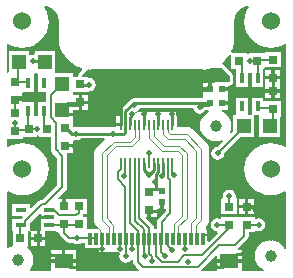
<source format=gtl>
G04*
G04 #@! TF.GenerationSoftware,Altium Limited,Altium Designer,19.1.7 (138)*
G04*
G04 Layer_Physical_Order=1*
G04 Layer_Color=255*
%FSLAX25Y25*%
%MOIN*%
G70*
G01*
G75*
%ADD10C,0.00787*%
%ADD13R,0.01181X0.03937*%
%ADD14R,0.06496X0.05118*%
%ADD15R,0.00906X0.03622*%
%ADD16R,0.01575X0.03543*%
%ADD17R,0.03543X0.01575*%
%ADD18R,0.02756X0.02992*%
%ADD19R,0.02992X0.02756*%
%ADD20R,0.04500X0.05000*%
%ADD21R,0.05000X0.04500*%
%ADD22R,0.02362X0.02362*%
%ADD23R,0.02362X0.02362*%
%ADD37C,0.00394*%
%ADD38C,0.03937*%
%ADD39C,0.00866*%
%ADD40C,0.00591*%
%ADD41C,0.01500*%
%ADD42C,0.06000*%
%ADD43C,0.01968*%
G36*
X-33106Y44109D02*
X-31855Y43591D01*
X-30781Y42766D01*
X-29956Y41692D01*
X-29438Y40441D01*
X-29270Y39165D01*
X-29279Y39099D01*
Y33602D01*
X-29289D01*
X-29158Y31946D01*
X-28770Y30331D01*
X-28135Y28796D01*
X-27266Y27379D01*
X-26188Y26116D01*
X-24924Y25037D01*
X-23507Y24169D01*
X-21973Y23533D01*
X-21515Y23423D01*
X-21379Y22942D01*
X-22390Y21932D01*
X-22651Y21541D01*
X-22742Y21080D01*
X-22714Y20937D01*
X-23084Y20438D01*
X-23085Y20437D01*
X-24370D01*
Y21738D01*
X-29998D01*
X-30427Y21910D01*
Y29272D01*
X-37289D01*
Y28190D01*
X-37676Y27873D01*
X-37795Y27897D01*
X-38589Y27739D01*
X-38731Y27768D01*
X-39089Y27959D01*
Y29272D01*
X-45951D01*
Y22309D01*
X-46451Y21923D01*
X-46508Y21938D01*
Y31389D01*
X-46008Y31629D01*
X-44677Y30917D01*
X-43040Y30421D01*
X-41339Y30253D01*
X-39637Y30421D01*
X-38000Y30917D01*
X-36492Y31723D01*
X-35170Y32808D01*
X-34086Y34130D01*
X-33279Y35638D01*
X-32783Y37275D01*
X-32616Y38976D01*
X-32783Y40678D01*
X-33279Y42315D01*
X-34034Y43727D01*
X-33903Y44019D01*
X-33742Y44193D01*
X-33106Y44109D01*
D02*
G37*
G36*
X27756Y20768D02*
Y19177D01*
X27461Y18799D01*
X22736D01*
Y18618D01*
X21752D01*
Y16437D01*
X21161D01*
Y15846D01*
X18980D01*
Y14256D01*
X18799Y14173D01*
Y13583D01*
X-3937D01*
X-4063Y13457D01*
X-4331D01*
X-4961Y13331D01*
X-5494Y12975D01*
X-8250Y10219D01*
X-8607Y9685D01*
X-8732Y9055D01*
Y7437D01*
X-10114D01*
Y3937D01*
X-24390D01*
Y6201D01*
X-24390D01*
X-24551Y6396D01*
Y9184D01*
X-24543Y9681D01*
X-24051Y9681D01*
X-22638D01*
Y12059D01*
Y14437D01*
X-24223D01*
X-24370Y14876D01*
X-24370Y14937D01*
Y15500D01*
X-19370D01*
Y15578D01*
X-19094Y15804D01*
X-18250Y15972D01*
X-17533Y16451D01*
X-17055Y17167D01*
X-16887Y18012D01*
X-17055Y18857D01*
X-17533Y19573D01*
X-18250Y20052D01*
X-19094Y20220D01*
X-19370Y20446D01*
Y20618D01*
X-21347D01*
X-21538Y21080D01*
X-19538Y23080D01*
X-18701Y23015D01*
Y23015D01*
X-18201Y23024D01*
X18701Y23024D01*
Y23015D01*
X20357Y23145D01*
X21973Y23533D01*
X22188Y23622D01*
X24902D01*
X27756Y20768D01*
D02*
G37*
G36*
X33903Y44019D02*
X34034Y43727D01*
X33279Y42315D01*
X32783Y40678D01*
X32616Y38976D01*
X32783Y37275D01*
X33279Y35638D01*
X34086Y34130D01*
X35170Y32808D01*
X36492Y31723D01*
X38000Y30917D01*
X39637Y30421D01*
X41339Y30253D01*
X43040Y30421D01*
X44677Y30917D01*
X46008Y31629D01*
X46508Y31389D01*
X46508Y-2649D01*
X46008Y-2889D01*
X44677Y-2177D01*
X43040Y-1681D01*
X41339Y-1513D01*
X39637Y-1681D01*
X38000Y-2177D01*
X36492Y-2983D01*
X35170Y-4068D01*
X34086Y-5390D01*
X33279Y-6898D01*
X32783Y-8534D01*
X32616Y-10236D01*
X32783Y-11938D01*
X33279Y-13574D01*
X34086Y-15082D01*
X35170Y-16404D01*
X36492Y-17489D01*
X38000Y-18295D01*
X39637Y-18792D01*
X41339Y-18959D01*
X43040Y-18792D01*
X44677Y-18295D01*
X46008Y-17583D01*
X46508Y-17823D01*
X46508Y-36770D01*
X46008Y-36869D01*
X45852Y-36492D01*
X45024Y-35413D01*
X43944Y-34585D01*
X42687Y-34064D01*
X41339Y-33887D01*
X39990Y-34064D01*
X38733Y-34585D01*
X37653Y-35413D01*
X36825Y-36492D01*
X36304Y-37749D01*
X36127Y-39098D01*
X36304Y-40447D01*
X36825Y-41704D01*
X37653Y-42784D01*
X38733Y-43612D01*
X39110Y-43768D01*
X39010Y-44268D01*
X31905D01*
Y-41437D01*
X27657D01*
X23410D01*
Y-44268D01*
X18382D01*
X18238Y-43995D01*
X18203Y-43768D01*
X22948Y-39024D01*
X23410Y-39215D01*
Y-40256D01*
X27657D01*
X31905D01*
Y-37287D01*
X30506D01*
X30354Y-36787D01*
X30494Y-36694D01*
X33643Y-33545D01*
X33970Y-33056D01*
X34084Y-32480D01*
Y-31248D01*
X36043D01*
Y-30967D01*
X36484Y-30731D01*
X36557Y-30780D01*
X37402Y-30948D01*
X38246Y-30780D01*
X38963Y-30301D01*
X39441Y-29585D01*
X39609Y-28740D01*
X39441Y-27895D01*
X38963Y-27179D01*
X38246Y-26700D01*
X37402Y-26532D01*
X36557Y-26700D01*
X36484Y-26749D01*
X36043Y-26513D01*
Y-26130D01*
X30689D01*
Y-26130D01*
X30236D01*
Y-26130D01*
X24882D01*
Y-26422D01*
X24382Y-26684D01*
X23622Y-26532D01*
X22777Y-26700D01*
X22061Y-27179D01*
X21582Y-27895D01*
X21414Y-28740D01*
X21582Y-29585D01*
X22061Y-30301D01*
X22777Y-30780D01*
X23602Y-30944D01*
X23660Y-31030D01*
X23838Y-31415D01*
X20753Y-34500D01*
X20291Y-34308D01*
Y-30398D01*
X19685D01*
Y-29204D01*
X20034Y-28855D01*
X20444Y-28321D01*
X20702Y-27698D01*
X20790Y-27030D01*
Y-3379D01*
X20702Y-2711D01*
X20444Y-2089D01*
X20034Y-1554D01*
X15277Y3203D01*
X14742Y3613D01*
X14120Y3871D01*
X13452Y3959D01*
X10114D01*
Y7437D01*
X9902D01*
Y8799D01*
X-2567D01*
X-2719Y9299D01*
X-2474Y9463D01*
X-2005Y10165D01*
X15582D01*
X15677Y9687D01*
X16155Y8970D01*
X16872Y8492D01*
X17717Y8324D01*
X18561Y8492D01*
X19278Y8970D01*
X19597Y9449D01*
X20578D01*
X20678Y8949D01*
X20425Y8844D01*
X19346Y8016D01*
X18518Y6937D01*
X17997Y5680D01*
X17820Y4331D01*
X17997Y2982D01*
X18518Y1725D01*
X19346Y645D01*
X20425Y-183D01*
X21683Y-704D01*
X23031Y-881D01*
X24380Y-704D01*
X25293Y-326D01*
X25576Y-750D01*
X23585Y-2740D01*
X22876Y-2882D01*
X22159Y-3360D01*
X21681Y-4076D01*
X21513Y-4921D01*
X21681Y-5766D01*
X22159Y-6482D01*
X22876Y-6961D01*
X23720Y-7129D01*
X24565Y-6961D01*
X25282Y-6482D01*
X25760Y-5766D01*
X25924Y-4943D01*
X31222Y354D01*
X35813D01*
X35813Y7717D01*
X36288Y7776D01*
X37137D01*
X37612Y7717D01*
Y354D01*
X44474D01*
Y7236D01*
X44803D01*
Y12354D01*
X39449D01*
Y12354D01*
X38976Y12421D01*
Y13681D01*
X35039D01*
X35039Y7776D01*
X34564Y7717D01*
X34334D01*
X33858Y7776D01*
X33858Y8217D01*
Y13681D01*
X29921D01*
X29921Y7776D01*
X29446Y7717D01*
X28951D01*
Y2625D01*
X28112Y1786D01*
X27688Y2069D01*
X28066Y2982D01*
X28243Y4331D01*
X28066Y5680D01*
X27545Y6937D01*
X26717Y8016D01*
X25638Y8844D01*
X24948Y9130D01*
X25047Y9630D01*
X27279D01*
Y11220D01*
X25098D01*
Y12402D01*
X27279D01*
Y13992D01*
X27279D01*
Y14256D01*
X27279D01*
Y15846D01*
X25098D01*
Y17028D01*
X27279D01*
Y17220D01*
X27607Y17604D01*
X27762Y17655D01*
X27921Y17687D01*
X27983Y17728D01*
X28053Y17751D01*
X28177Y17857D01*
X28312Y17948D01*
X28353Y18009D01*
X28409Y18057D01*
X28705Y18435D01*
X28778Y18581D01*
X28868Y18716D01*
X28883Y18789D01*
X28916Y18855D01*
X28928Y19017D01*
X28960Y19177D01*
Y20768D01*
X28960Y20768D01*
X28868Y21229D01*
X28607Y21619D01*
X28607Y21619D01*
X25753Y24474D01*
X25362Y24735D01*
X25344Y24738D01*
X25204Y25276D01*
X26188Y26116D01*
X27266Y27379D01*
X27701Y28088D01*
X28201Y27947D01*
Y23209D01*
X29454D01*
X29921Y23130D01*
Y17224D01*
X33858D01*
Y17405D01*
X33858D01*
Y20177D01*
X35039D01*
Y17405D01*
X35039D01*
Y17224D01*
X38976D01*
Y23130D01*
X39319Y23209D01*
Y23322D01*
X39449Y23768D01*
X44803D01*
Y28886D01*
X39449D01*
X39319Y28563D01*
X34201D01*
Y28249D01*
X33701Y28075D01*
X33319Y28356D01*
Y28563D01*
X28565D01*
X28550Y28571D01*
X28245Y29063D01*
X28770Y30331D01*
X29158Y31946D01*
X29289Y33602D01*
X29279D01*
Y39099D01*
X29270Y39165D01*
X29438Y40441D01*
X29956Y41692D01*
X30781Y42766D01*
X31855Y43591D01*
X33106Y44109D01*
X33742Y44193D01*
X33903Y44019D01*
D02*
G37*
G36*
X-36297Y21534D02*
Y15650D01*
X-33629D01*
X-33361Y15150D01*
X-33472Y14985D01*
X-33594Y14370D01*
X-33594Y14370D01*
Y12106D01*
X-36297D01*
Y11925D01*
X-36297D01*
Y9154D01*
X-37478D01*
Y11925D01*
X-37478D01*
Y12106D01*
X-41402D01*
Y12354D01*
X-43898D01*
Y13535D01*
X-41402D01*
Y15155D01*
X-41402Y15323D01*
X-41037Y15650D01*
X-37478D01*
Y21488D01*
X-37423Y21611D01*
X-37142Y21894D01*
X-36657D01*
X-36297Y21534D01*
D02*
G37*
G36*
X-35681Y812D02*
Y669D01*
X-31822D01*
Y-3642D01*
X-31822Y-3642D01*
X-31700Y-4256D01*
X-31352Y-4777D01*
X-29755Y-6374D01*
Y-15575D01*
X-34523Y-20343D01*
X-34843D01*
X-35457Y-20465D01*
X-35978Y-20813D01*
X-35978Y-20813D01*
X-38416Y-23252D01*
X-38878Y-23060D01*
Y-21752D01*
X-44783D01*
Y-25689D01*
X-41507D01*
X-41315Y-26151D01*
X-41588Y-26424D01*
X-41886Y-26870D01*
X-44783D01*
Y-30807D01*
X-44634D01*
Y-35671D01*
X-45519Y-36037D01*
X-46060Y-36452D01*
X-46508Y-36231D01*
Y-17823D01*
X-46008Y-17584D01*
X-44677Y-18295D01*
X-43040Y-18792D01*
X-41339Y-18959D01*
X-39637Y-18792D01*
X-38000Y-18295D01*
X-36492Y-17489D01*
X-35170Y-16404D01*
X-34086Y-15082D01*
X-33279Y-13574D01*
X-32783Y-11938D01*
X-32616Y-10236D01*
X-32783Y-8534D01*
X-33279Y-6898D01*
X-34086Y-5390D01*
X-35170Y-4068D01*
X-36492Y-2983D01*
X-38000Y-2177D01*
X-39637Y-1681D01*
X-41339Y-1513D01*
X-43040Y-1681D01*
X-44677Y-2177D01*
X-46008Y-2889D01*
X-46508Y-2649D01*
Y-94D01*
X-41221D01*
Y669D01*
X-38364D01*
X-38209Y638D01*
X-38053Y669D01*
X-36563D01*
Y1001D01*
X-36516Y1040D01*
X-36068Y1129D01*
X-35681Y812D01*
D02*
G37*
G36*
X-13989Y-434D02*
X-16687Y-3133D01*
X-17097Y-3667D01*
X-17355Y-4290D01*
X-17443Y-4958D01*
Y-27067D01*
X-17355Y-27735D01*
X-17097Y-28357D01*
X-16687Y-28892D01*
X-15863Y-29717D01*
X-16025Y-30217D01*
X-19764D01*
Y-26032D01*
X-21049D01*
X-21290Y-25580D01*
X-21053Y-25150D01*
X-19764D01*
Y-20031D01*
X-25118D01*
Y-20213D01*
X-26870D01*
Y-22591D01*
X-28051D01*
Y-20213D01*
X-29198D01*
X-29389Y-19751D01*
X-27014Y-17376D01*
X-27014Y-17376D01*
X-26666Y-16855D01*
X-26544Y-16240D01*
Y-5709D01*
X-26544Y-5709D01*
X-26638Y-5236D01*
X-26632Y-5175D01*
X-26350Y-4736D01*
X-24571D01*
Y-2949D01*
X-27067D01*
Y-1768D01*
X-24571D01*
Y-721D01*
X-24071Y-406D01*
X-23425Y-534D01*
X-22580Y-366D01*
X-21991Y27D01*
X-14180D01*
X-13989Y-434D01*
D02*
G37*
G36*
X5906Y-23441D02*
X6467D01*
Y-24180D01*
X3955Y-26691D01*
X3629Y-27180D01*
X3514Y-27756D01*
Y-30217D01*
X2489D01*
Y-29823D01*
X2375Y-29247D01*
X2049Y-28758D01*
X-201Y-26509D01*
X-9Y-26047D01*
X295D01*
Y-23669D01*
X1476D01*
Y-26047D01*
X3382D01*
Y-23441D01*
X4724D01*
Y-21260D01*
X5906D01*
Y-23441D01*
D02*
G37*
G36*
X-35335Y-25365D02*
Y-25689D01*
X-35153D01*
Y-25689D01*
X-32382D01*
Y-26870D01*
X-35153D01*
Y-26870D01*
X-35335D01*
Y-30772D01*
X-35484D01*
Y-32677D01*
X-33697D01*
Y-30807D01*
X-30138D01*
Y-31150D01*
X-29390D01*
X-29066Y-31496D01*
X-28944Y-32111D01*
X-28596Y-32631D01*
X-27021Y-34206D01*
X-27021Y-34206D01*
X-26500Y-34554D01*
X-25886Y-34677D01*
X-25886Y-34677D01*
X-24624D01*
X-23975Y-35111D01*
X-23130Y-35279D01*
X-22285Y-35111D01*
X-21635Y-34677D01*
X-20472D01*
Y-36516D01*
X-15748D01*
Y-37697D01*
X-9038D01*
X-8802Y-38138D01*
X-8929Y-38328D01*
X-9098Y-39173D01*
X-8929Y-40018D01*
X-8451Y-40734D01*
X-7735Y-41213D01*
X-6890Y-41381D01*
X-6045Y-41213D01*
X-5329Y-40734D01*
X-4958Y-40180D01*
X-4458Y-40331D01*
Y-41043D01*
X-4343Y-41619D01*
X-4017Y-42108D01*
X-2357Y-43768D01*
X-2392Y-43995D01*
X-2536Y-44268D01*
X-23409D01*
Y-41437D01*
X-27657D01*
X-31905D01*
Y-44268D01*
X-38622D01*
X-38869Y-43768D01*
X-38400Y-43157D01*
X-37879Y-41900D01*
X-37701Y-40551D01*
X-37879Y-39202D01*
X-38400Y-37945D01*
X-39228Y-36866D01*
X-39777Y-36445D01*
X-39607Y-35945D01*
X-39516D01*
Y-30807D01*
X-38938D01*
X-38878Y-30807D01*
X-38453Y-30988D01*
Y-32677D01*
X-36665D01*
Y-30772D01*
X-38393D01*
X-38453Y-30772D01*
X-38878Y-30591D01*
Y-28600D01*
X-38847Y-28445D01*
X-38847Y-28445D01*
Y-28224D01*
X-35797Y-25174D01*
X-35335Y-25365D01*
D02*
G37*
%LPC*%
G36*
X20571Y18618D02*
X18980D01*
Y17028D01*
X20571D01*
Y18618D01*
D02*
G37*
G36*
X-19551Y14437D02*
X-21457D01*
Y12650D01*
X-19551D01*
Y14437D01*
D02*
G37*
G36*
Y11468D02*
X-21457D01*
Y9681D01*
X-19551D01*
Y11468D01*
D02*
G37*
G36*
X44622Y22705D02*
X42717D01*
Y20917D01*
X44622D01*
Y22705D01*
D02*
G37*
G36*
X41535D02*
X39630D01*
Y20917D01*
X41535D01*
Y22705D01*
D02*
G37*
G36*
X44622Y19736D02*
X42126D01*
X39630D01*
Y18173D01*
X39630D01*
Y16386D01*
X42126D01*
X44622D01*
Y17949D01*
X44622D01*
Y19736D01*
D02*
G37*
G36*
X44622Y15205D02*
X42717D01*
Y13417D01*
X44622D01*
Y15205D01*
D02*
G37*
G36*
X41535D02*
X39630D01*
Y13417D01*
X41535D01*
Y15205D01*
D02*
G37*
G36*
X35862Y-20311D02*
X33957D01*
Y-22098D01*
X35862D01*
Y-20311D01*
D02*
G37*
G36*
X32776D02*
X30870D01*
Y-22098D01*
X32776D01*
Y-20311D01*
D02*
G37*
G36*
X35862Y-23280D02*
X33957D01*
Y-25067D01*
X35862D01*
Y-23280D01*
D02*
G37*
G36*
X32776D02*
X30870D01*
Y-25067D01*
X32776D01*
Y-23280D01*
D02*
G37*
G36*
X27559Y-16985D02*
X26714Y-17153D01*
X25998Y-17632D01*
X25519Y-18348D01*
X25351Y-19193D01*
X25438Y-19630D01*
X25028Y-20130D01*
X24882D01*
Y-25248D01*
X30236D01*
Y-20130D01*
X30090D01*
X29680Y-19630D01*
X29767Y-19193D01*
X29599Y-18348D01*
X29120Y-17632D01*
X28404Y-17153D01*
X27559Y-16985D01*
D02*
G37*
G36*
X-33697Y-33858D02*
X-35484D01*
Y-35764D01*
X-33697D01*
Y-33858D01*
D02*
G37*
G36*
X-36665D02*
X-38453D01*
Y-35764D01*
X-36665D01*
Y-33858D01*
D02*
G37*
G36*
X-23409Y-37287D02*
X-27067D01*
Y-40256D01*
X-23409D01*
Y-37287D01*
D02*
G37*
G36*
X-28248D02*
X-31905D01*
Y-40256D01*
X-28248D01*
Y-37287D01*
D02*
G37*
%LPD*%
D10*
X-22047Y12059D02*
X-9205D01*
X-25886Y-33071D02*
X-23130D01*
X-18701Y-33268D02*
X-16732D01*
X-27461Y-31496D02*
Y-28591D01*
Y-31496D02*
X-25886Y-33071D01*
X-27461Y-28591D02*
X-27343D01*
X-27244Y-28689D02*
X-22441D01*
X-43626Y19217D02*
X-42913Y19929D01*
X34350Y25886D02*
X36760D01*
X-43898Y2465D02*
Y5118D01*
X-43898Y5118D01*
X-22441Y11665D02*
X-22047Y12059D01*
X-40846Y-28839D02*
X-40453Y-28445D01*
Y-27559D01*
X-41831Y-28839D02*
X-40846D01*
X-40453Y-27559D02*
X-34843Y-21949D01*
X-33858D01*
X-28150Y-16240D01*
Y-5709D01*
X-30217Y-3642D02*
X-28150Y-5709D01*
X-30217Y-3642D02*
Y5315D01*
X-39024Y3248D02*
X-36614D01*
X-39122Y3347D02*
X-39024Y3248D01*
X-40106Y3012D02*
X-38976D01*
X-40106D02*
X-39447Y3671D01*
X-38976Y3012D02*
X-38209Y2244D01*
X-31988Y7087D02*
X-30217Y5315D01*
X-31988Y7087D02*
Y14370D01*
X-30158Y16201D01*
Y16451D01*
X-28301Y18307D01*
X-28051D01*
X-32382Y-23720D02*
X-31988Y-24114D01*
X-27343Y-28591D02*
X-27244Y-28689D01*
X23720Y-4876D02*
X32382Y3785D01*
X23720Y-4921D02*
Y-4876D01*
X32382Y3785D02*
Y4035D01*
X3878Y-8347D02*
X3937Y-8287D01*
X9055Y-12205D02*
Y-11885D01*
X8661Y-11491D02*
X9055Y-11885D01*
X8661Y-11491D02*
Y-8287D01*
X-28051Y18307D02*
X-27953Y18209D01*
X32185Y3839D02*
X32382Y4035D01*
X-23130Y-33071D02*
X-18898D01*
X-42075Y-29083D02*
X-41831Y-28839D01*
X37008Y10728D02*
X37402Y10335D01*
X41587D01*
X42126Y9795D01*
X41043Y4035D02*
X42126Y5118D01*
Y9795D01*
X30760Y25886D02*
X31744Y24902D01*
Y20323D02*
Y24902D01*
Y20323D02*
X31890Y20177D01*
X36760Y25886D02*
X37201Y26327D01*
X42126D01*
X36760Y25886D02*
X37008Y25638D01*
Y20177D02*
Y25638D01*
X-42126Y-33319D02*
X-42075Y-33268D01*
X-18898Y-33071D02*
X-18701Y-33268D01*
X-27709Y-28839D02*
X-27461Y-28591D01*
X-32382Y-28839D02*
X-27709D01*
X-27461Y-22591D02*
Y-19390D01*
X-35976Y-33366D02*
X-32776D01*
X-36075Y-33268D02*
X-35976Y-33366D01*
X-42075Y-33268D02*
Y-29083D01*
X-9205Y12059D02*
X-8661Y11516D01*
X-34252Y25197D02*
X-33858Y25591D01*
X-36909Y12697D02*
X-36899Y12686D01*
Y9164D02*
Y12686D01*
Y9164D02*
X-36888Y9154D01*
X-40795Y13929D02*
X-40748Y13976D01*
X-42913Y13929D02*
X-40795D01*
X-43898Y12945D02*
X-42913Y13929D01*
X-43898Y8465D02*
Y12945D01*
X-43350Y3012D02*
X-40106D01*
X-43898Y2465D02*
X-43350Y3012D01*
X-39447Y3671D02*
Y9154D01*
X-34106Y4331D02*
X-33122Y3347D01*
X-34106Y4331D02*
Y8931D01*
X-34329Y9154D02*
X-34106Y8931D01*
X-39742Y18898D02*
X-39447Y18602D01*
X-43307Y18898D02*
X-39742D01*
X-43354Y18945D02*
X-43307Y18898D01*
X-43898Y18945D02*
X-43354D01*
X-43898D02*
X-43626Y19217D01*
X-42913Y19929D02*
Y25197D01*
X-42520Y25591D01*
D13*
X-18701Y-33366D02*
D03*
X-16732D02*
D03*
X-14764D02*
D03*
X-12795D02*
D03*
X-10827D02*
D03*
X-8858D02*
D03*
X-6890D02*
D03*
X-4921D02*
D03*
X-2953D02*
D03*
X-984D02*
D03*
X984D02*
D03*
X2953D02*
D03*
X4921D02*
D03*
X6890D02*
D03*
X8858D02*
D03*
X10827D02*
D03*
X12795D02*
D03*
X14764D02*
D03*
X16732D02*
D03*
X18701D02*
D03*
D14*
X27657Y-40846D02*
D03*
X-27657D02*
D03*
D15*
X-5512Y-8287D02*
D03*
X-3937D02*
D03*
X-2362D02*
D03*
X-8661D02*
D03*
X-7087D02*
D03*
X-787D02*
D03*
X787D02*
D03*
X2362D02*
D03*
X3937D02*
D03*
X5512D02*
D03*
X7087D02*
D03*
X8661D02*
D03*
Y4626D02*
D03*
X7087D02*
D03*
X5512D02*
D03*
X3937D02*
D03*
X2362D02*
D03*
X787D02*
D03*
X-787D02*
D03*
X-2362D02*
D03*
X-3937D02*
D03*
X-5512D02*
D03*
X-7087D02*
D03*
X-8661D02*
D03*
D16*
X-36888Y9154D02*
D03*
X-39447D02*
D03*
Y18602D02*
D03*
X-34329Y9154D02*
D03*
Y18602D02*
D03*
X34449Y20177D02*
D03*
X37008D02*
D03*
Y10728D02*
D03*
X31890Y20177D02*
D03*
Y10728D02*
D03*
D17*
X-41831Y-23720D02*
D03*
X-32382D02*
D03*
X-41831Y-28839D02*
D03*
X-32382D02*
D03*
Y-26280D02*
D03*
D18*
X36760Y25886D02*
D03*
X30760D02*
D03*
X-33122Y3347D02*
D03*
X-39122D02*
D03*
X-36075Y-33268D02*
D03*
X-42075D02*
D03*
D19*
X42126Y20327D02*
D03*
Y26327D02*
D03*
X42126Y15795D02*
D03*
Y9795D02*
D03*
X-43898Y2465D02*
D03*
Y8465D02*
D03*
X-22441Y-22591D02*
D03*
Y-28591D02*
D03*
X-43898Y12945D02*
D03*
Y18945D02*
D03*
X-27461Y-22591D02*
D03*
Y-28591D02*
D03*
X-22047Y18059D02*
D03*
Y12059D02*
D03*
X-27067Y-2358D02*
D03*
Y3642D02*
D03*
X886Y-23669D02*
D03*
Y-17669D02*
D03*
X33366Y-28689D02*
D03*
Y-22689D02*
D03*
X27559Y-28689D02*
D03*
Y-22689D02*
D03*
D20*
X32382Y4035D02*
D03*
X41043D02*
D03*
X-42520Y25591D02*
D03*
X-33858D02*
D03*
D21*
X-28051Y18307D02*
D03*
Y9646D02*
D03*
D22*
X25098Y11811D02*
D03*
X21161D02*
D03*
X25098Y16437D02*
D03*
X21161D02*
D03*
D23*
X5315Y-21260D02*
D03*
Y-17323D02*
D03*
D37*
X-11024Y-32891D02*
X-10827Y-33366D01*
X-12795Y-33366D02*
X-12598Y-32891D01*
X-14765Y-33269D02*
X-14874Y-32321D01*
X-15163Y-31412D01*
X-15618Y-30574D01*
X-16225Y-29838D01*
X-14764Y-33366D02*
X-14765Y-33269D01*
X8563Y8220D02*
X8410Y8992D01*
X7972Y9646D01*
X-718Y8436D02*
X-787Y8268D01*
X3839Y8458D02*
X3347Y9646D01*
X18209Y-27030D02*
Y-3379D01*
X13452Y1378D02*
X18209Y-3379D01*
X7776Y1378D02*
X13452D01*
X16634Y-26378D02*
Y-4031D01*
X12799Y-197D02*
X16634Y-4031D01*
X7123Y-197D02*
X12799D01*
X-11024Y-32891D02*
Y-28678D01*
X-14862Y-4958D02*
X-10888Y-984D01*
X-14862Y-27067D02*
Y-4958D01*
X-10236Y-2559D02*
X-4860D01*
X-13287Y-5610D02*
X-10236Y-2559D01*
X-13287Y-26415D02*
Y-5610D01*
X14961Y-28051D02*
X16634Y-26378D01*
X16535Y-33169D02*
Y-28703D01*
Y-33169D02*
X16732Y-33366D01*
X14961Y-33169D02*
Y-28051D01*
X14764Y-33366D02*
X14961Y-33169D01*
X10630Y-29097D02*
X13386Y-26341D01*
X10630Y-33169D02*
Y-29097D01*
Y-33169D02*
X10827Y-33366D01*
X9055Y-28445D02*
X11811Y-25689D01*
X9055Y-33169D02*
Y-28445D01*
X8858Y-33366D02*
X9055Y-33169D01*
X-12795Y-33366D02*
X-12795Y-33366D01*
X-12598Y-32891D02*
Y-29331D01*
X7087Y2067D02*
Y4626D01*
X5512Y1415D02*
Y4626D01*
X787Y332D02*
Y4626D01*
X2362Y984D02*
Y4626D01*
X-2362Y-62D02*
Y4626D01*
X-3937Y591D02*
Y4626D01*
X-4860Y-2559D02*
X-2362Y-62D01*
X13386Y-26341D02*
Y-4958D01*
X11811Y-25689D02*
Y-5610D01*
X7972Y9646D02*
X9055D01*
X3347D02*
X7972D01*
X8563Y8169D02*
Y8220D01*
X492Y9646D02*
X3347D01*
X-2362D02*
X492D01*
X-718Y8436D02*
X492Y9646D01*
X3839Y8268D02*
Y8458D01*
X-4921Y8169D02*
X-2362Y9646D01*
X-14862Y-27067D02*
X-12598Y-29331D01*
X-13287Y-26415D02*
X-11024Y-28678D01*
X16535Y-28703D02*
X18209Y-27030D01*
X10335Y-4134D02*
X11811Y-5610D01*
X5253Y-4134D02*
X10335D01*
X787Y332D02*
X5253Y-4134D01*
X2362Y984D02*
X5906Y-2559D01*
X10987D01*
X13386Y-4958D01*
X7087Y2067D02*
X7776Y1378D01*
X5512Y1415D02*
X7123Y-197D01*
X-5512Y-984D02*
X-3937Y591D01*
X-10888Y-984D02*
X-5512D01*
D38*
X23031Y4331D02*
D03*
X-42913Y-40551D02*
D03*
X41339Y-39098D02*
D03*
D39*
X-8661Y4902D02*
Y11516D01*
X-787Y4626D02*
Y8268D01*
X411Y-24262D02*
X4380D01*
X4736Y-23610D02*
Y-21839D01*
X4134Y-24213D02*
X4736Y-23610D01*
X18701Y-33268D02*
Y-32146D01*
X18858Y-31988D01*
X-26575Y8169D02*
X-23425D01*
X-28051Y9646D02*
X-26575Y8169D01*
X-11319Y1673D02*
X-7579D01*
X25315Y-42913D02*
Y-42874D01*
X27441Y-40748D01*
X23031Y-42913D02*
X25315D01*
X30000Y-38622D02*
Y-38583D01*
X27874Y-40748D02*
X30000Y-38622D01*
X27441Y-40748D02*
X27874D01*
X30000Y-38583D02*
X32283D01*
X-25532Y-42874D02*
X-22992D01*
X-22933Y-42815D01*
X-32283Y-38878D02*
X-29528D01*
X-25532Y-42874D01*
X35091Y-22689D02*
X36417Y-24016D01*
X33366Y-22689D02*
X35091D01*
X39075Y15846D02*
X42075D01*
X42126Y15795D01*
X42126Y15795D01*
Y20327D01*
X34498Y16978D02*
X34547Y16929D01*
X34498Y16978D02*
Y20128D01*
X34449Y20177D02*
X34498Y20128D01*
X27608Y11860D02*
X27657Y11909D01*
X25148Y11860D02*
X27608D01*
X25098Y11811D02*
X25148Y11860D01*
X25098Y16437D02*
X27657D01*
X-22000Y18012D02*
X-19094D01*
X-22047Y18059D02*
X-22000Y18012D01*
X-11319Y4921D02*
X-8681D01*
X-8661Y4902D01*
Y4626D02*
Y4902D01*
X-28051Y9646D02*
X-26280Y11417D01*
X-37795Y25689D02*
X-33957D01*
X-33858Y25591D01*
X-4331Y11811D02*
X21161D01*
X17717Y10531D02*
X18015D01*
X18681Y11198D01*
X20548D01*
X21161Y11811D01*
X-23425Y1673D02*
X-11319D01*
X-24980D02*
X-23425D01*
X8563Y8169D02*
X8642Y8091D01*
Y4646D02*
Y8091D01*
Y4646D02*
X8661Y4626D01*
X3839Y8268D02*
X3917Y8189D01*
Y4646D02*
Y8189D01*
Y4646D02*
X3937Y4626D01*
X-4921Y7871D02*
Y8169D01*
X-5492Y7300D02*
X-4921Y7871D01*
X-5492Y4646D02*
Y7300D01*
X-5512Y4626D02*
X-5492Y4646D01*
X4331Y-24213D02*
X4429Y-24311D01*
X4134Y-24213D02*
X4331D01*
X886Y-23669D02*
X1004D01*
X411Y-24262D02*
X1004Y-23669D01*
X4736Y-21839D02*
X5315Y-21260D01*
X2961Y-16724D02*
X4815D01*
X5315Y-17224D01*
Y-17323D02*
Y-17224D01*
X1831Y-16724D02*
X2961D01*
X886Y-17669D02*
X1831Y-16724D01*
X2961D02*
X3150Y-16535D01*
Y-11811D01*
X3878Y-11083D01*
Y-8347D01*
X5315Y-12500D02*
X5492Y-12323D01*
Y-8307D01*
X5512Y-8287D01*
X787Y-12184D02*
Y-12184D01*
X-768Y-10629D02*
X787Y-12184D01*
X-768Y-10629D02*
Y-8307D01*
X-787Y-8287D02*
X-768Y-8307D01*
X787Y-12303D02*
Y-12184D01*
X2342Y-10629D01*
Y-8307D01*
X2362Y-8287D01*
X-7087Y2165D02*
Y4626D01*
X-7579Y1673D02*
X-7087Y2165D01*
X-26949Y3642D02*
X-24980Y1673D01*
X-7087Y4626D02*
Y9055D01*
X-4331Y11811D01*
D40*
X32579Y-28740D02*
X37402D01*
X-2953Y-41043D02*
Y-30807D01*
X17084Y-42759D02*
X24213Y-35630D01*
X-1237Y-42759D02*
X17084D01*
X-2953Y-41043D02*
X-1237Y-42759D01*
X984Y-38480D02*
Y-29823D01*
X1705Y-40897D02*
Y-39201D01*
X984Y-38480D02*
X1705Y-39201D01*
X3248Y-39075D02*
Y-35630D01*
Y-39075D02*
X5217Y-41043D01*
X3248Y-35630D02*
X3248Y-35630D01*
X-14813Y-36762D02*
Y-33317D01*
X-14765Y-33269D02*
X-14764Y-33268D01*
X-14813Y-33317D02*
X-14765Y-33269D01*
X18858Y-31988D02*
X20965D01*
X-7087Y-33071D02*
Y-16043D01*
X-8661Y-10236D02*
Y-8287D01*
X-9646Y-11220D02*
X-8661Y-10236D01*
X-9646Y-13484D02*
Y-11220D01*
Y-13484D02*
X-7087Y-16043D01*
X5020Y-32972D02*
Y-27756D01*
X7972Y-24803D02*
Y-13976D01*
X5020Y-27756D02*
X7972Y-24803D01*
X-984Y-33268D02*
Y-30315D01*
Y-33268D02*
X-787Y-33465D01*
X-3937Y-27362D02*
X-984Y-30315D01*
X-6890Y-33268D02*
X-6890Y-33268D01*
X-7087Y-33071D02*
X-6890Y-33268D01*
X4921D02*
X5118Y-33071D01*
X5020Y-32972D02*
X5118Y-33071D01*
X-5512Y-28248D02*
Y-8287D01*
Y-28248D02*
X-2953Y-30807D01*
X24213Y-35630D02*
X29429D01*
X32579Y-32480D01*
Y-28740D01*
X-3937Y-27362D02*
Y-8287D01*
X7185Y-13189D02*
Y-8287D01*
Y-13189D02*
X7972Y-13976D01*
X-2362Y-26476D02*
Y-8287D01*
Y-26476D02*
X984Y-29823D01*
X7185Y-35728D02*
X8661Y-37205D01*
X4921Y-37894D02*
X6102Y-39075D01*
X4921Y-37894D02*
Y-33268D01*
X-5512Y-8287D02*
X-5354Y-8130D01*
X-787Y-39075D02*
Y-33465D01*
X18504Y-38878D02*
X27559Y-29823D01*
X-787Y-39075D02*
X-591Y-39272D01*
X5217Y-41043D02*
X10335D01*
X12500Y-38878D01*
X18504D01*
X3248Y-35630D02*
Y-33563D01*
X2953Y-33268D02*
X3248Y-33563D01*
X-6890Y-39173D02*
Y-33268D01*
X7185Y-35728D02*
Y-33563D01*
X6890Y-33268D02*
X7185Y-33563D01*
X-7382Y-12402D02*
X-7234Y-12254D01*
Y-8435D01*
X-7087Y-8287D01*
X-35531Y-26280D02*
X-32382D01*
X-32382Y-26280D01*
X-26866Y-2559D02*
X-24311D01*
X-27067Y-2358D02*
X-26866Y-2559D01*
X-14862Y-36811D02*
X-14813Y-36762D01*
X-8858Y-36811D02*
Y-33268D01*
X-4921Y-36811D02*
Y-33268D01*
X12795Y-36909D02*
X12795Y-36909D01*
X12795Y-36909D02*
Y-33268D01*
X-23425Y-25591D02*
X-22539Y-24705D01*
X-29035Y-25591D02*
X-23425D01*
X-30906Y-23720D02*
X-29035Y-25591D01*
X-31398Y-23819D02*
X-30906D01*
X-22539Y-24705D02*
Y-22689D01*
X-22441Y-22591D01*
X-4429Y15748D02*
X21161D01*
X27559Y-22689D02*
Y-19193D01*
X787Y-8287D02*
Y-4921D01*
X27508Y-28740D02*
X27559Y-28689D01*
X23622Y-28740D02*
X27508D01*
X-27067Y3642D02*
X-26949D01*
X-8661Y11516D02*
X-4429Y15748D01*
D41*
X-26280Y11417D02*
X-22984D01*
D42*
X-41339Y39098D02*
D03*
X41339D02*
D03*
X-41339Y-10114D02*
D03*
X41339D02*
D03*
D43*
X13886Y-41043D02*
D03*
X1705Y-40897D02*
D03*
X20965Y-31988D02*
D03*
X8661Y-37205D02*
D03*
X-4429Y-42913D02*
D03*
X6102Y-39075D02*
D03*
X-591Y-39272D02*
D03*
X-6890Y-39173D02*
D03*
X41587Y-33071D02*
D03*
X-37795Y-984D02*
D03*
X-36888Y-19390D02*
D03*
X45472Y18110D02*
D03*
X31890Y-17224D02*
D03*
X31693Y-3740D02*
D03*
X32776Y30906D02*
D03*
X-15650Y4921D02*
D03*
X-15748Y11713D02*
D03*
X-9350Y8366D02*
D03*
X-34055Y30906D02*
D03*
X23031Y-42913D02*
D03*
X32283Y-38583D02*
D03*
X-22933Y-42815D02*
D03*
X-32283Y-38878D02*
D03*
X-7579Y-12402D02*
D03*
X-35531Y-26280D02*
D03*
X-24311Y-2559D02*
D03*
X-14862Y-36811D02*
D03*
X-8858D02*
D03*
X-4921D02*
D03*
X12795Y-36909D02*
D03*
X34350Y25886D02*
D03*
X36417Y-24016D02*
D03*
X39075Y15846D02*
D03*
X34547Y16929D02*
D03*
X27657Y11909D02*
D03*
Y16437D02*
D03*
X-19094Y18012D02*
D03*
X-4035Y11024D02*
D03*
X-11319Y1673D02*
D03*
Y4921D02*
D03*
X-37795Y25689D02*
D03*
X-43898Y5118D02*
D03*
X-36516Y3248D02*
D03*
X17717Y10531D02*
D03*
X-23425Y1673D02*
D03*
X17618Y14567D02*
D03*
X23720Y-4921D02*
D03*
X27559Y-19193D02*
D03*
X8563Y8169D02*
D03*
X3839Y8268D02*
D03*
X-787D02*
D03*
X-4921Y8169D02*
D03*
X2953Y-14567D02*
D03*
X4429Y-24311D02*
D03*
X5315Y-12500D02*
D03*
X787Y-12303D02*
D03*
X9055Y-12205D02*
D03*
X787Y-4921D02*
D03*
X37402Y-28740D02*
D03*
X23622Y-28740D02*
D03*
X-23130Y-33071D02*
D03*
X-27461Y-19390D02*
D03*
X-32776Y-33366D02*
D03*
X-36909Y12697D02*
D03*
X-40748Y13976D02*
D03*
M02*

</source>
